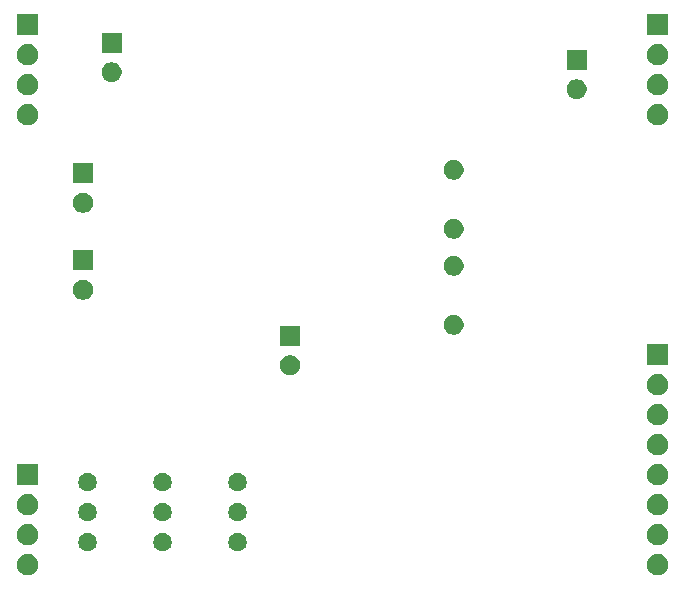
<source format=gbr>
G04 #@! TF.GenerationSoftware,KiCad,Pcbnew,5.1.6-c6e7f7d~87~ubuntu18.04.1*
G04 #@! TF.CreationDate,2020-08-02T08:38:56-04:00*
G04 #@! TF.ProjectId,minimoog_LPF,6d696e69-6d6f-46f6-975f-4c50462e6b69,0*
G04 #@! TF.SameCoordinates,Original*
G04 #@! TF.FileFunction,Soldermask,Bot*
G04 #@! TF.FilePolarity,Negative*
%FSLAX46Y46*%
G04 Gerber Fmt 4.6, Leading zero omitted, Abs format (unit mm)*
G04 Created by KiCad (PCBNEW 5.1.6-c6e7f7d~87~ubuntu18.04.1) date 2020-08-02 08:38:56*
%MOMM*%
%LPD*%
G01*
G04 APERTURE LIST*
%ADD10C,0.100000*%
G04 APERTURE END LIST*
D10*
G36*
X182993512Y-123563927D02*
G01*
X183142812Y-123593624D01*
X183306784Y-123661544D01*
X183454354Y-123760147D01*
X183579853Y-123885646D01*
X183678456Y-124033216D01*
X183746376Y-124197188D01*
X183781000Y-124371259D01*
X183781000Y-124548741D01*
X183746376Y-124722812D01*
X183678456Y-124886784D01*
X183579853Y-125034354D01*
X183454354Y-125159853D01*
X183306784Y-125258456D01*
X183142812Y-125326376D01*
X182993512Y-125356073D01*
X182968742Y-125361000D01*
X182791258Y-125361000D01*
X182766488Y-125356073D01*
X182617188Y-125326376D01*
X182453216Y-125258456D01*
X182305646Y-125159853D01*
X182180147Y-125034354D01*
X182081544Y-124886784D01*
X182013624Y-124722812D01*
X181979000Y-124548741D01*
X181979000Y-124371259D01*
X182013624Y-124197188D01*
X182081544Y-124033216D01*
X182180147Y-123885646D01*
X182305646Y-123760147D01*
X182453216Y-123661544D01*
X182617188Y-123593624D01*
X182766488Y-123563927D01*
X182791258Y-123559000D01*
X182968742Y-123559000D01*
X182993512Y-123563927D01*
G37*
G36*
X129653512Y-123563927D02*
G01*
X129802812Y-123593624D01*
X129966784Y-123661544D01*
X130114354Y-123760147D01*
X130239853Y-123885646D01*
X130338456Y-124033216D01*
X130406376Y-124197188D01*
X130441000Y-124371259D01*
X130441000Y-124548741D01*
X130406376Y-124722812D01*
X130338456Y-124886784D01*
X130239853Y-125034354D01*
X130114354Y-125159853D01*
X129966784Y-125258456D01*
X129802812Y-125326376D01*
X129653512Y-125356073D01*
X129628742Y-125361000D01*
X129451258Y-125361000D01*
X129426488Y-125356073D01*
X129277188Y-125326376D01*
X129113216Y-125258456D01*
X128965646Y-125159853D01*
X128840147Y-125034354D01*
X128741544Y-124886784D01*
X128673624Y-124722812D01*
X128639000Y-124548741D01*
X128639000Y-124371259D01*
X128673624Y-124197188D01*
X128741544Y-124033216D01*
X128840147Y-123885646D01*
X128965646Y-123760147D01*
X129113216Y-123661544D01*
X129277188Y-123593624D01*
X129426488Y-123563927D01*
X129451258Y-123559000D01*
X129628742Y-123559000D01*
X129653512Y-123563927D01*
G37*
G36*
X134745589Y-121793876D02*
G01*
X134844893Y-121813629D01*
X134985206Y-121871748D01*
X135111484Y-121956125D01*
X135218875Y-122063516D01*
X135303252Y-122189794D01*
X135361371Y-122330107D01*
X135391000Y-122479063D01*
X135391000Y-122630937D01*
X135361371Y-122779893D01*
X135303252Y-122920206D01*
X135218875Y-123046484D01*
X135111484Y-123153875D01*
X134985206Y-123238252D01*
X134844893Y-123296371D01*
X134745589Y-123316124D01*
X134695938Y-123326000D01*
X134544062Y-123326000D01*
X134494411Y-123316124D01*
X134395107Y-123296371D01*
X134254794Y-123238252D01*
X134128516Y-123153875D01*
X134021125Y-123046484D01*
X133936748Y-122920206D01*
X133878629Y-122779893D01*
X133849000Y-122630937D01*
X133849000Y-122479063D01*
X133878629Y-122330107D01*
X133936748Y-122189794D01*
X134021125Y-122063516D01*
X134128516Y-121956125D01*
X134254794Y-121871748D01*
X134395107Y-121813629D01*
X134494411Y-121793876D01*
X134544062Y-121784000D01*
X134695938Y-121784000D01*
X134745589Y-121793876D01*
G37*
G36*
X141095589Y-121793876D02*
G01*
X141194893Y-121813629D01*
X141335206Y-121871748D01*
X141461484Y-121956125D01*
X141568875Y-122063516D01*
X141653252Y-122189794D01*
X141711371Y-122330107D01*
X141741000Y-122479063D01*
X141741000Y-122630937D01*
X141711371Y-122779893D01*
X141653252Y-122920206D01*
X141568875Y-123046484D01*
X141461484Y-123153875D01*
X141335206Y-123238252D01*
X141194893Y-123296371D01*
X141095589Y-123316124D01*
X141045938Y-123326000D01*
X140894062Y-123326000D01*
X140844411Y-123316124D01*
X140745107Y-123296371D01*
X140604794Y-123238252D01*
X140478516Y-123153875D01*
X140371125Y-123046484D01*
X140286748Y-122920206D01*
X140228629Y-122779893D01*
X140199000Y-122630937D01*
X140199000Y-122479063D01*
X140228629Y-122330107D01*
X140286748Y-122189794D01*
X140371125Y-122063516D01*
X140478516Y-121956125D01*
X140604794Y-121871748D01*
X140745107Y-121813629D01*
X140844411Y-121793876D01*
X140894062Y-121784000D01*
X141045938Y-121784000D01*
X141095589Y-121793876D01*
G37*
G36*
X147445589Y-121793876D02*
G01*
X147544893Y-121813629D01*
X147685206Y-121871748D01*
X147811484Y-121956125D01*
X147918875Y-122063516D01*
X148003252Y-122189794D01*
X148061371Y-122330107D01*
X148091000Y-122479063D01*
X148091000Y-122630937D01*
X148061371Y-122779893D01*
X148003252Y-122920206D01*
X147918875Y-123046484D01*
X147811484Y-123153875D01*
X147685206Y-123238252D01*
X147544893Y-123296371D01*
X147445589Y-123316124D01*
X147395938Y-123326000D01*
X147244062Y-123326000D01*
X147194411Y-123316124D01*
X147095107Y-123296371D01*
X146954794Y-123238252D01*
X146828516Y-123153875D01*
X146721125Y-123046484D01*
X146636748Y-122920206D01*
X146578629Y-122779893D01*
X146549000Y-122630937D01*
X146549000Y-122479063D01*
X146578629Y-122330107D01*
X146636748Y-122189794D01*
X146721125Y-122063516D01*
X146828516Y-121956125D01*
X146954794Y-121871748D01*
X147095107Y-121813629D01*
X147194411Y-121793876D01*
X147244062Y-121784000D01*
X147395938Y-121784000D01*
X147445589Y-121793876D01*
G37*
G36*
X129653512Y-121023927D02*
G01*
X129802812Y-121053624D01*
X129966784Y-121121544D01*
X130114354Y-121220147D01*
X130239853Y-121345646D01*
X130338456Y-121493216D01*
X130406376Y-121657188D01*
X130441000Y-121831259D01*
X130441000Y-122008741D01*
X130406376Y-122182812D01*
X130338456Y-122346784D01*
X130239853Y-122494354D01*
X130114354Y-122619853D01*
X129966784Y-122718456D01*
X129802812Y-122786376D01*
X129653512Y-122816073D01*
X129628742Y-122821000D01*
X129451258Y-122821000D01*
X129426488Y-122816073D01*
X129277188Y-122786376D01*
X129113216Y-122718456D01*
X128965646Y-122619853D01*
X128840147Y-122494354D01*
X128741544Y-122346784D01*
X128673624Y-122182812D01*
X128639000Y-122008741D01*
X128639000Y-121831259D01*
X128673624Y-121657188D01*
X128741544Y-121493216D01*
X128840147Y-121345646D01*
X128965646Y-121220147D01*
X129113216Y-121121544D01*
X129277188Y-121053624D01*
X129426488Y-121023927D01*
X129451258Y-121019000D01*
X129628742Y-121019000D01*
X129653512Y-121023927D01*
G37*
G36*
X182993512Y-121023927D02*
G01*
X183142812Y-121053624D01*
X183306784Y-121121544D01*
X183454354Y-121220147D01*
X183579853Y-121345646D01*
X183678456Y-121493216D01*
X183746376Y-121657188D01*
X183781000Y-121831259D01*
X183781000Y-122008741D01*
X183746376Y-122182812D01*
X183678456Y-122346784D01*
X183579853Y-122494354D01*
X183454354Y-122619853D01*
X183306784Y-122718456D01*
X183142812Y-122786376D01*
X182993512Y-122816073D01*
X182968742Y-122821000D01*
X182791258Y-122821000D01*
X182766488Y-122816073D01*
X182617188Y-122786376D01*
X182453216Y-122718456D01*
X182305646Y-122619853D01*
X182180147Y-122494354D01*
X182081544Y-122346784D01*
X182013624Y-122182812D01*
X181979000Y-122008741D01*
X181979000Y-121831259D01*
X182013624Y-121657188D01*
X182081544Y-121493216D01*
X182180147Y-121345646D01*
X182305646Y-121220147D01*
X182453216Y-121121544D01*
X182617188Y-121053624D01*
X182766488Y-121023927D01*
X182791258Y-121019000D01*
X182968742Y-121019000D01*
X182993512Y-121023927D01*
G37*
G36*
X141095589Y-119253876D02*
G01*
X141194893Y-119273629D01*
X141335206Y-119331748D01*
X141461484Y-119416125D01*
X141568875Y-119523516D01*
X141653252Y-119649794D01*
X141711371Y-119790107D01*
X141741000Y-119939063D01*
X141741000Y-120090937D01*
X141711371Y-120239893D01*
X141653252Y-120380206D01*
X141568875Y-120506484D01*
X141461484Y-120613875D01*
X141335206Y-120698252D01*
X141194893Y-120756371D01*
X141095589Y-120776124D01*
X141045938Y-120786000D01*
X140894062Y-120786000D01*
X140844411Y-120776124D01*
X140745107Y-120756371D01*
X140604794Y-120698252D01*
X140478516Y-120613875D01*
X140371125Y-120506484D01*
X140286748Y-120380206D01*
X140228629Y-120239893D01*
X140199000Y-120090937D01*
X140199000Y-119939063D01*
X140228629Y-119790107D01*
X140286748Y-119649794D01*
X140371125Y-119523516D01*
X140478516Y-119416125D01*
X140604794Y-119331748D01*
X140745107Y-119273629D01*
X140844411Y-119253876D01*
X140894062Y-119244000D01*
X141045938Y-119244000D01*
X141095589Y-119253876D01*
G37*
G36*
X134745589Y-119253876D02*
G01*
X134844893Y-119273629D01*
X134985206Y-119331748D01*
X135111484Y-119416125D01*
X135218875Y-119523516D01*
X135303252Y-119649794D01*
X135361371Y-119790107D01*
X135391000Y-119939063D01*
X135391000Y-120090937D01*
X135361371Y-120239893D01*
X135303252Y-120380206D01*
X135218875Y-120506484D01*
X135111484Y-120613875D01*
X134985206Y-120698252D01*
X134844893Y-120756371D01*
X134745589Y-120776124D01*
X134695938Y-120786000D01*
X134544062Y-120786000D01*
X134494411Y-120776124D01*
X134395107Y-120756371D01*
X134254794Y-120698252D01*
X134128516Y-120613875D01*
X134021125Y-120506484D01*
X133936748Y-120380206D01*
X133878629Y-120239893D01*
X133849000Y-120090937D01*
X133849000Y-119939063D01*
X133878629Y-119790107D01*
X133936748Y-119649794D01*
X134021125Y-119523516D01*
X134128516Y-119416125D01*
X134254794Y-119331748D01*
X134395107Y-119273629D01*
X134494411Y-119253876D01*
X134544062Y-119244000D01*
X134695938Y-119244000D01*
X134745589Y-119253876D01*
G37*
G36*
X147445589Y-119253876D02*
G01*
X147544893Y-119273629D01*
X147685206Y-119331748D01*
X147811484Y-119416125D01*
X147918875Y-119523516D01*
X148003252Y-119649794D01*
X148061371Y-119790107D01*
X148091000Y-119939063D01*
X148091000Y-120090937D01*
X148061371Y-120239893D01*
X148003252Y-120380206D01*
X147918875Y-120506484D01*
X147811484Y-120613875D01*
X147685206Y-120698252D01*
X147544893Y-120756371D01*
X147445589Y-120776124D01*
X147395938Y-120786000D01*
X147244062Y-120786000D01*
X147194411Y-120776124D01*
X147095107Y-120756371D01*
X146954794Y-120698252D01*
X146828516Y-120613875D01*
X146721125Y-120506484D01*
X146636748Y-120380206D01*
X146578629Y-120239893D01*
X146549000Y-120090937D01*
X146549000Y-119939063D01*
X146578629Y-119790107D01*
X146636748Y-119649794D01*
X146721125Y-119523516D01*
X146828516Y-119416125D01*
X146954794Y-119331748D01*
X147095107Y-119273629D01*
X147194411Y-119253876D01*
X147244062Y-119244000D01*
X147395938Y-119244000D01*
X147445589Y-119253876D01*
G37*
G36*
X129653512Y-118483927D02*
G01*
X129802812Y-118513624D01*
X129966784Y-118581544D01*
X130114354Y-118680147D01*
X130239853Y-118805646D01*
X130338456Y-118953216D01*
X130406376Y-119117188D01*
X130441000Y-119291259D01*
X130441000Y-119468741D01*
X130406376Y-119642812D01*
X130338456Y-119806784D01*
X130239853Y-119954354D01*
X130114354Y-120079853D01*
X129966784Y-120178456D01*
X129802812Y-120246376D01*
X129653512Y-120276073D01*
X129628742Y-120281000D01*
X129451258Y-120281000D01*
X129426488Y-120276073D01*
X129277188Y-120246376D01*
X129113216Y-120178456D01*
X128965646Y-120079853D01*
X128840147Y-119954354D01*
X128741544Y-119806784D01*
X128673624Y-119642812D01*
X128639000Y-119468741D01*
X128639000Y-119291259D01*
X128673624Y-119117188D01*
X128741544Y-118953216D01*
X128840147Y-118805646D01*
X128965646Y-118680147D01*
X129113216Y-118581544D01*
X129277188Y-118513624D01*
X129426488Y-118483927D01*
X129451258Y-118479000D01*
X129628742Y-118479000D01*
X129653512Y-118483927D01*
G37*
G36*
X182993512Y-118483927D02*
G01*
X183142812Y-118513624D01*
X183306784Y-118581544D01*
X183454354Y-118680147D01*
X183579853Y-118805646D01*
X183678456Y-118953216D01*
X183746376Y-119117188D01*
X183781000Y-119291259D01*
X183781000Y-119468741D01*
X183746376Y-119642812D01*
X183678456Y-119806784D01*
X183579853Y-119954354D01*
X183454354Y-120079853D01*
X183306784Y-120178456D01*
X183142812Y-120246376D01*
X182993512Y-120276073D01*
X182968742Y-120281000D01*
X182791258Y-120281000D01*
X182766488Y-120276073D01*
X182617188Y-120246376D01*
X182453216Y-120178456D01*
X182305646Y-120079853D01*
X182180147Y-119954354D01*
X182081544Y-119806784D01*
X182013624Y-119642812D01*
X181979000Y-119468741D01*
X181979000Y-119291259D01*
X182013624Y-119117188D01*
X182081544Y-118953216D01*
X182180147Y-118805646D01*
X182305646Y-118680147D01*
X182453216Y-118581544D01*
X182617188Y-118513624D01*
X182766488Y-118483927D01*
X182791258Y-118479000D01*
X182968742Y-118479000D01*
X182993512Y-118483927D01*
G37*
G36*
X134745589Y-116713876D02*
G01*
X134844893Y-116733629D01*
X134985206Y-116791748D01*
X135111484Y-116876125D01*
X135218875Y-116983516D01*
X135303252Y-117109794D01*
X135361371Y-117250107D01*
X135391000Y-117399063D01*
X135391000Y-117550937D01*
X135361371Y-117699893D01*
X135303252Y-117840206D01*
X135218875Y-117966484D01*
X135111484Y-118073875D01*
X134985206Y-118158252D01*
X134844893Y-118216371D01*
X134745589Y-118236124D01*
X134695938Y-118246000D01*
X134544062Y-118246000D01*
X134494411Y-118236124D01*
X134395107Y-118216371D01*
X134254794Y-118158252D01*
X134128516Y-118073875D01*
X134021125Y-117966484D01*
X133936748Y-117840206D01*
X133878629Y-117699893D01*
X133849000Y-117550937D01*
X133849000Y-117399063D01*
X133878629Y-117250107D01*
X133936748Y-117109794D01*
X134021125Y-116983516D01*
X134128516Y-116876125D01*
X134254794Y-116791748D01*
X134395107Y-116733629D01*
X134494411Y-116713876D01*
X134544062Y-116704000D01*
X134695938Y-116704000D01*
X134745589Y-116713876D01*
G37*
G36*
X147445589Y-116713876D02*
G01*
X147544893Y-116733629D01*
X147685206Y-116791748D01*
X147811484Y-116876125D01*
X147918875Y-116983516D01*
X148003252Y-117109794D01*
X148061371Y-117250107D01*
X148091000Y-117399063D01*
X148091000Y-117550937D01*
X148061371Y-117699893D01*
X148003252Y-117840206D01*
X147918875Y-117966484D01*
X147811484Y-118073875D01*
X147685206Y-118158252D01*
X147544893Y-118216371D01*
X147445589Y-118236124D01*
X147395938Y-118246000D01*
X147244062Y-118246000D01*
X147194411Y-118236124D01*
X147095107Y-118216371D01*
X146954794Y-118158252D01*
X146828516Y-118073875D01*
X146721125Y-117966484D01*
X146636748Y-117840206D01*
X146578629Y-117699893D01*
X146549000Y-117550937D01*
X146549000Y-117399063D01*
X146578629Y-117250107D01*
X146636748Y-117109794D01*
X146721125Y-116983516D01*
X146828516Y-116876125D01*
X146954794Y-116791748D01*
X147095107Y-116733629D01*
X147194411Y-116713876D01*
X147244062Y-116704000D01*
X147395938Y-116704000D01*
X147445589Y-116713876D01*
G37*
G36*
X141095589Y-116713876D02*
G01*
X141194893Y-116733629D01*
X141335206Y-116791748D01*
X141461484Y-116876125D01*
X141568875Y-116983516D01*
X141653252Y-117109794D01*
X141711371Y-117250107D01*
X141741000Y-117399063D01*
X141741000Y-117550937D01*
X141711371Y-117699893D01*
X141653252Y-117840206D01*
X141568875Y-117966484D01*
X141461484Y-118073875D01*
X141335206Y-118158252D01*
X141194893Y-118216371D01*
X141095589Y-118236124D01*
X141045938Y-118246000D01*
X140894062Y-118246000D01*
X140844411Y-118236124D01*
X140745107Y-118216371D01*
X140604794Y-118158252D01*
X140478516Y-118073875D01*
X140371125Y-117966484D01*
X140286748Y-117840206D01*
X140228629Y-117699893D01*
X140199000Y-117550937D01*
X140199000Y-117399063D01*
X140228629Y-117250107D01*
X140286748Y-117109794D01*
X140371125Y-116983516D01*
X140478516Y-116876125D01*
X140604794Y-116791748D01*
X140745107Y-116733629D01*
X140844411Y-116713876D01*
X140894062Y-116704000D01*
X141045938Y-116704000D01*
X141095589Y-116713876D01*
G37*
G36*
X182993512Y-115943927D02*
G01*
X183142812Y-115973624D01*
X183306784Y-116041544D01*
X183454354Y-116140147D01*
X183579853Y-116265646D01*
X183678456Y-116413216D01*
X183746376Y-116577188D01*
X183781000Y-116751259D01*
X183781000Y-116928741D01*
X183746376Y-117102812D01*
X183678456Y-117266784D01*
X183579853Y-117414354D01*
X183454354Y-117539853D01*
X183306784Y-117638456D01*
X183142812Y-117706376D01*
X182993512Y-117736073D01*
X182968742Y-117741000D01*
X182791258Y-117741000D01*
X182766488Y-117736073D01*
X182617188Y-117706376D01*
X182453216Y-117638456D01*
X182305646Y-117539853D01*
X182180147Y-117414354D01*
X182081544Y-117266784D01*
X182013624Y-117102812D01*
X181979000Y-116928741D01*
X181979000Y-116751259D01*
X182013624Y-116577188D01*
X182081544Y-116413216D01*
X182180147Y-116265646D01*
X182305646Y-116140147D01*
X182453216Y-116041544D01*
X182617188Y-115973624D01*
X182766488Y-115943927D01*
X182791258Y-115939000D01*
X182968742Y-115939000D01*
X182993512Y-115943927D01*
G37*
G36*
X130441000Y-117741000D02*
G01*
X128639000Y-117741000D01*
X128639000Y-115939000D01*
X130441000Y-115939000D01*
X130441000Y-117741000D01*
G37*
G36*
X182993512Y-113403927D02*
G01*
X183142812Y-113433624D01*
X183306784Y-113501544D01*
X183454354Y-113600147D01*
X183579853Y-113725646D01*
X183678456Y-113873216D01*
X183746376Y-114037188D01*
X183781000Y-114211259D01*
X183781000Y-114388741D01*
X183746376Y-114562812D01*
X183678456Y-114726784D01*
X183579853Y-114874354D01*
X183454354Y-114999853D01*
X183306784Y-115098456D01*
X183142812Y-115166376D01*
X182993512Y-115196073D01*
X182968742Y-115201000D01*
X182791258Y-115201000D01*
X182766488Y-115196073D01*
X182617188Y-115166376D01*
X182453216Y-115098456D01*
X182305646Y-114999853D01*
X182180147Y-114874354D01*
X182081544Y-114726784D01*
X182013624Y-114562812D01*
X181979000Y-114388741D01*
X181979000Y-114211259D01*
X182013624Y-114037188D01*
X182081544Y-113873216D01*
X182180147Y-113725646D01*
X182305646Y-113600147D01*
X182453216Y-113501544D01*
X182617188Y-113433624D01*
X182766488Y-113403927D01*
X182791258Y-113399000D01*
X182968742Y-113399000D01*
X182993512Y-113403927D01*
G37*
G36*
X182993512Y-110863927D02*
G01*
X183142812Y-110893624D01*
X183306784Y-110961544D01*
X183454354Y-111060147D01*
X183579853Y-111185646D01*
X183678456Y-111333216D01*
X183746376Y-111497188D01*
X183781000Y-111671259D01*
X183781000Y-111848741D01*
X183746376Y-112022812D01*
X183678456Y-112186784D01*
X183579853Y-112334354D01*
X183454354Y-112459853D01*
X183306784Y-112558456D01*
X183142812Y-112626376D01*
X182993512Y-112656073D01*
X182968742Y-112661000D01*
X182791258Y-112661000D01*
X182766488Y-112656073D01*
X182617188Y-112626376D01*
X182453216Y-112558456D01*
X182305646Y-112459853D01*
X182180147Y-112334354D01*
X182081544Y-112186784D01*
X182013624Y-112022812D01*
X181979000Y-111848741D01*
X181979000Y-111671259D01*
X182013624Y-111497188D01*
X182081544Y-111333216D01*
X182180147Y-111185646D01*
X182305646Y-111060147D01*
X182453216Y-110961544D01*
X182617188Y-110893624D01*
X182766488Y-110863927D01*
X182791258Y-110859000D01*
X182968742Y-110859000D01*
X182993512Y-110863927D01*
G37*
G36*
X182989590Y-108323147D02*
G01*
X183142812Y-108353624D01*
X183306784Y-108421544D01*
X183454354Y-108520147D01*
X183579853Y-108645646D01*
X183678456Y-108793216D01*
X183746376Y-108957188D01*
X183781000Y-109131259D01*
X183781000Y-109308741D01*
X183746376Y-109482812D01*
X183678456Y-109646784D01*
X183579853Y-109794354D01*
X183454354Y-109919853D01*
X183306784Y-110018456D01*
X183142812Y-110086376D01*
X182993512Y-110116073D01*
X182968742Y-110121000D01*
X182791258Y-110121000D01*
X182766488Y-110116073D01*
X182617188Y-110086376D01*
X182453216Y-110018456D01*
X182305646Y-109919853D01*
X182180147Y-109794354D01*
X182081544Y-109646784D01*
X182013624Y-109482812D01*
X181979000Y-109308741D01*
X181979000Y-109131259D01*
X182013624Y-108957188D01*
X182081544Y-108793216D01*
X182180147Y-108645646D01*
X182305646Y-108520147D01*
X182453216Y-108421544D01*
X182617188Y-108353624D01*
X182770410Y-108323147D01*
X182791258Y-108319000D01*
X182968742Y-108319000D01*
X182989590Y-108323147D01*
G37*
G36*
X152013228Y-106750703D02*
G01*
X152168100Y-106814853D01*
X152307481Y-106907985D01*
X152426015Y-107026519D01*
X152519147Y-107165900D01*
X152583297Y-107320772D01*
X152616000Y-107485184D01*
X152616000Y-107652816D01*
X152583297Y-107817228D01*
X152519147Y-107972100D01*
X152426015Y-108111481D01*
X152307481Y-108230015D01*
X152168100Y-108323147D01*
X152013228Y-108387297D01*
X151848816Y-108420000D01*
X151681184Y-108420000D01*
X151516772Y-108387297D01*
X151361900Y-108323147D01*
X151222519Y-108230015D01*
X151103985Y-108111481D01*
X151010853Y-107972100D01*
X150946703Y-107817228D01*
X150914000Y-107652816D01*
X150914000Y-107485184D01*
X150946703Y-107320772D01*
X151010853Y-107165900D01*
X151103985Y-107026519D01*
X151222519Y-106907985D01*
X151361900Y-106814853D01*
X151516772Y-106750703D01*
X151681184Y-106718000D01*
X151848816Y-106718000D01*
X152013228Y-106750703D01*
G37*
G36*
X183781000Y-107581000D02*
G01*
X181979000Y-107581000D01*
X181979000Y-105779000D01*
X183781000Y-105779000D01*
X183781000Y-107581000D01*
G37*
G36*
X152616000Y-105920000D02*
G01*
X150914000Y-105920000D01*
X150914000Y-104218000D01*
X152616000Y-104218000D01*
X152616000Y-105920000D01*
G37*
G36*
X165856228Y-103321703D02*
G01*
X166011100Y-103385853D01*
X166150481Y-103478985D01*
X166269015Y-103597519D01*
X166362147Y-103736900D01*
X166426297Y-103891772D01*
X166459000Y-104056184D01*
X166459000Y-104223816D01*
X166426297Y-104388228D01*
X166362147Y-104543100D01*
X166269015Y-104682481D01*
X166150481Y-104801015D01*
X166011100Y-104894147D01*
X165856228Y-104958297D01*
X165691816Y-104991000D01*
X165524184Y-104991000D01*
X165359772Y-104958297D01*
X165204900Y-104894147D01*
X165065519Y-104801015D01*
X164946985Y-104682481D01*
X164853853Y-104543100D01*
X164789703Y-104388228D01*
X164757000Y-104223816D01*
X164757000Y-104056184D01*
X164789703Y-103891772D01*
X164853853Y-103736900D01*
X164946985Y-103597519D01*
X165065519Y-103478985D01*
X165204900Y-103385853D01*
X165359772Y-103321703D01*
X165524184Y-103289000D01*
X165691816Y-103289000D01*
X165856228Y-103321703D01*
G37*
G36*
X134487228Y-100360703D02*
G01*
X134642100Y-100424853D01*
X134781481Y-100517985D01*
X134900015Y-100636519D01*
X134993147Y-100775900D01*
X135057297Y-100930772D01*
X135090000Y-101095184D01*
X135090000Y-101262816D01*
X135057297Y-101427228D01*
X134993147Y-101582100D01*
X134900015Y-101721481D01*
X134781481Y-101840015D01*
X134642100Y-101933147D01*
X134487228Y-101997297D01*
X134322816Y-102030000D01*
X134155184Y-102030000D01*
X133990772Y-101997297D01*
X133835900Y-101933147D01*
X133696519Y-101840015D01*
X133577985Y-101721481D01*
X133484853Y-101582100D01*
X133420703Y-101427228D01*
X133388000Y-101262816D01*
X133388000Y-101095184D01*
X133420703Y-100930772D01*
X133484853Y-100775900D01*
X133577985Y-100636519D01*
X133696519Y-100517985D01*
X133835900Y-100424853D01*
X133990772Y-100360703D01*
X134155184Y-100328000D01*
X134322816Y-100328000D01*
X134487228Y-100360703D01*
G37*
G36*
X165856228Y-98321703D02*
G01*
X166011100Y-98385853D01*
X166150481Y-98478985D01*
X166269015Y-98597519D01*
X166362147Y-98736900D01*
X166426297Y-98891772D01*
X166459000Y-99056184D01*
X166459000Y-99223816D01*
X166426297Y-99388228D01*
X166362147Y-99543100D01*
X166269015Y-99682481D01*
X166150481Y-99801015D01*
X166011100Y-99894147D01*
X165856228Y-99958297D01*
X165691816Y-99991000D01*
X165524184Y-99991000D01*
X165359772Y-99958297D01*
X165204900Y-99894147D01*
X165065519Y-99801015D01*
X164946985Y-99682481D01*
X164853853Y-99543100D01*
X164789703Y-99388228D01*
X164757000Y-99223816D01*
X164757000Y-99056184D01*
X164789703Y-98891772D01*
X164853853Y-98736900D01*
X164946985Y-98597519D01*
X165065519Y-98478985D01*
X165204900Y-98385853D01*
X165359772Y-98321703D01*
X165524184Y-98289000D01*
X165691816Y-98289000D01*
X165856228Y-98321703D01*
G37*
G36*
X135090000Y-99530000D02*
G01*
X133388000Y-99530000D01*
X133388000Y-97828000D01*
X135090000Y-97828000D01*
X135090000Y-99530000D01*
G37*
G36*
X165856228Y-95193703D02*
G01*
X166011100Y-95257853D01*
X166150481Y-95350985D01*
X166269015Y-95469519D01*
X166362147Y-95608900D01*
X166426297Y-95763772D01*
X166459000Y-95928184D01*
X166459000Y-96095816D01*
X166426297Y-96260228D01*
X166362147Y-96415100D01*
X166269015Y-96554481D01*
X166150481Y-96673015D01*
X166011100Y-96766147D01*
X165856228Y-96830297D01*
X165691816Y-96863000D01*
X165524184Y-96863000D01*
X165359772Y-96830297D01*
X165204900Y-96766147D01*
X165065519Y-96673015D01*
X164946985Y-96554481D01*
X164853853Y-96415100D01*
X164789703Y-96260228D01*
X164757000Y-96095816D01*
X164757000Y-95928184D01*
X164789703Y-95763772D01*
X164853853Y-95608900D01*
X164946985Y-95469519D01*
X165065519Y-95350985D01*
X165204900Y-95257853D01*
X165359772Y-95193703D01*
X165524184Y-95161000D01*
X165691816Y-95161000D01*
X165856228Y-95193703D01*
G37*
G36*
X134487228Y-92994703D02*
G01*
X134642100Y-93058853D01*
X134781481Y-93151985D01*
X134900015Y-93270519D01*
X134993147Y-93409900D01*
X135057297Y-93564772D01*
X135090000Y-93729184D01*
X135090000Y-93896816D01*
X135057297Y-94061228D01*
X134993147Y-94216100D01*
X134900015Y-94355481D01*
X134781481Y-94474015D01*
X134642100Y-94567147D01*
X134487228Y-94631297D01*
X134322816Y-94664000D01*
X134155184Y-94664000D01*
X133990772Y-94631297D01*
X133835900Y-94567147D01*
X133696519Y-94474015D01*
X133577985Y-94355481D01*
X133484853Y-94216100D01*
X133420703Y-94061228D01*
X133388000Y-93896816D01*
X133388000Y-93729184D01*
X133420703Y-93564772D01*
X133484853Y-93409900D01*
X133577985Y-93270519D01*
X133696519Y-93151985D01*
X133835900Y-93058853D01*
X133990772Y-92994703D01*
X134155184Y-92962000D01*
X134322816Y-92962000D01*
X134487228Y-92994703D01*
G37*
G36*
X135090000Y-92164000D02*
G01*
X133388000Y-92164000D01*
X133388000Y-90462000D01*
X135090000Y-90462000D01*
X135090000Y-92164000D01*
G37*
G36*
X165856228Y-90193703D02*
G01*
X166011100Y-90257853D01*
X166150481Y-90350985D01*
X166269015Y-90469519D01*
X166362147Y-90608900D01*
X166426297Y-90763772D01*
X166459000Y-90928184D01*
X166459000Y-91095816D01*
X166426297Y-91260228D01*
X166362147Y-91415100D01*
X166269015Y-91554481D01*
X166150481Y-91673015D01*
X166011100Y-91766147D01*
X165856228Y-91830297D01*
X165691816Y-91863000D01*
X165524184Y-91863000D01*
X165359772Y-91830297D01*
X165204900Y-91766147D01*
X165065519Y-91673015D01*
X164946985Y-91554481D01*
X164853853Y-91415100D01*
X164789703Y-91260228D01*
X164757000Y-91095816D01*
X164757000Y-90928184D01*
X164789703Y-90763772D01*
X164853853Y-90608900D01*
X164946985Y-90469519D01*
X165065519Y-90350985D01*
X165204900Y-90257853D01*
X165359772Y-90193703D01*
X165524184Y-90161000D01*
X165691816Y-90161000D01*
X165856228Y-90193703D01*
G37*
G36*
X129653512Y-85463927D02*
G01*
X129802812Y-85493624D01*
X129966784Y-85561544D01*
X130114354Y-85660147D01*
X130239853Y-85785646D01*
X130338456Y-85933216D01*
X130406376Y-86097188D01*
X130441000Y-86271259D01*
X130441000Y-86448741D01*
X130406376Y-86622812D01*
X130338456Y-86786784D01*
X130239853Y-86934354D01*
X130114354Y-87059853D01*
X129966784Y-87158456D01*
X129802812Y-87226376D01*
X129653512Y-87256073D01*
X129628742Y-87261000D01*
X129451258Y-87261000D01*
X129426488Y-87256073D01*
X129277188Y-87226376D01*
X129113216Y-87158456D01*
X128965646Y-87059853D01*
X128840147Y-86934354D01*
X128741544Y-86786784D01*
X128673624Y-86622812D01*
X128639000Y-86448741D01*
X128639000Y-86271259D01*
X128673624Y-86097188D01*
X128741544Y-85933216D01*
X128840147Y-85785646D01*
X128965646Y-85660147D01*
X129113216Y-85561544D01*
X129277188Y-85493624D01*
X129426488Y-85463927D01*
X129451258Y-85459000D01*
X129628742Y-85459000D01*
X129653512Y-85463927D01*
G37*
G36*
X182993512Y-85463927D02*
G01*
X183142812Y-85493624D01*
X183306784Y-85561544D01*
X183454354Y-85660147D01*
X183579853Y-85785646D01*
X183678456Y-85933216D01*
X183746376Y-86097188D01*
X183781000Y-86271259D01*
X183781000Y-86448741D01*
X183746376Y-86622812D01*
X183678456Y-86786784D01*
X183579853Y-86934354D01*
X183454354Y-87059853D01*
X183306784Y-87158456D01*
X183142812Y-87226376D01*
X182993512Y-87256073D01*
X182968742Y-87261000D01*
X182791258Y-87261000D01*
X182766488Y-87256073D01*
X182617188Y-87226376D01*
X182453216Y-87158456D01*
X182305646Y-87059853D01*
X182180147Y-86934354D01*
X182081544Y-86786784D01*
X182013624Y-86622812D01*
X181979000Y-86448741D01*
X181979000Y-86271259D01*
X182013624Y-86097188D01*
X182081544Y-85933216D01*
X182180147Y-85785646D01*
X182305646Y-85660147D01*
X182453216Y-85561544D01*
X182617188Y-85493624D01*
X182766488Y-85463927D01*
X182791258Y-85459000D01*
X182968742Y-85459000D01*
X182993512Y-85463927D01*
G37*
G36*
X176270228Y-83382703D02*
G01*
X176425100Y-83446853D01*
X176564481Y-83539985D01*
X176683015Y-83658519D01*
X176776147Y-83797900D01*
X176840297Y-83952772D01*
X176873000Y-84117184D01*
X176873000Y-84284816D01*
X176840297Y-84449228D01*
X176776147Y-84604100D01*
X176683015Y-84743481D01*
X176564481Y-84862015D01*
X176425100Y-84955147D01*
X176270228Y-85019297D01*
X176105816Y-85052000D01*
X175938184Y-85052000D01*
X175773772Y-85019297D01*
X175618900Y-84955147D01*
X175479519Y-84862015D01*
X175360985Y-84743481D01*
X175267853Y-84604100D01*
X175203703Y-84449228D01*
X175171000Y-84284816D01*
X175171000Y-84117184D01*
X175203703Y-83952772D01*
X175267853Y-83797900D01*
X175360985Y-83658519D01*
X175479519Y-83539985D01*
X175618900Y-83446853D01*
X175773772Y-83382703D01*
X175938184Y-83350000D01*
X176105816Y-83350000D01*
X176270228Y-83382703D01*
G37*
G36*
X129653512Y-82923927D02*
G01*
X129802812Y-82953624D01*
X129966784Y-83021544D01*
X130114354Y-83120147D01*
X130239853Y-83245646D01*
X130338456Y-83393216D01*
X130406376Y-83557188D01*
X130441000Y-83731259D01*
X130441000Y-83908741D01*
X130406376Y-84082812D01*
X130338456Y-84246784D01*
X130239853Y-84394354D01*
X130114354Y-84519853D01*
X129966784Y-84618456D01*
X129802812Y-84686376D01*
X129653512Y-84716073D01*
X129628742Y-84721000D01*
X129451258Y-84721000D01*
X129426488Y-84716073D01*
X129277188Y-84686376D01*
X129113216Y-84618456D01*
X128965646Y-84519853D01*
X128840147Y-84394354D01*
X128741544Y-84246784D01*
X128673624Y-84082812D01*
X128639000Y-83908741D01*
X128639000Y-83731259D01*
X128673624Y-83557188D01*
X128741544Y-83393216D01*
X128840147Y-83245646D01*
X128965646Y-83120147D01*
X129113216Y-83021544D01*
X129277188Y-82953624D01*
X129426488Y-82923927D01*
X129451258Y-82919000D01*
X129628742Y-82919000D01*
X129653512Y-82923927D01*
G37*
G36*
X182993512Y-82923927D02*
G01*
X183142812Y-82953624D01*
X183306784Y-83021544D01*
X183454354Y-83120147D01*
X183579853Y-83245646D01*
X183678456Y-83393216D01*
X183746376Y-83557188D01*
X183781000Y-83731259D01*
X183781000Y-83908741D01*
X183746376Y-84082812D01*
X183678456Y-84246784D01*
X183579853Y-84394354D01*
X183454354Y-84519853D01*
X183306784Y-84618456D01*
X183142812Y-84686376D01*
X182993512Y-84716073D01*
X182968742Y-84721000D01*
X182791258Y-84721000D01*
X182766488Y-84716073D01*
X182617188Y-84686376D01*
X182453216Y-84618456D01*
X182305646Y-84519853D01*
X182180147Y-84394354D01*
X182081544Y-84246784D01*
X182013624Y-84082812D01*
X181979000Y-83908741D01*
X181979000Y-83731259D01*
X182013624Y-83557188D01*
X182081544Y-83393216D01*
X182180147Y-83245646D01*
X182305646Y-83120147D01*
X182453216Y-83021544D01*
X182617188Y-82953624D01*
X182766488Y-82923927D01*
X182791258Y-82919000D01*
X182968742Y-82919000D01*
X182993512Y-82923927D01*
G37*
G36*
X136900228Y-81945703D02*
G01*
X137055100Y-82009853D01*
X137194481Y-82102985D01*
X137313015Y-82221519D01*
X137406147Y-82360900D01*
X137470297Y-82515772D01*
X137503000Y-82680184D01*
X137503000Y-82847816D01*
X137470297Y-83012228D01*
X137406147Y-83167100D01*
X137313015Y-83306481D01*
X137194481Y-83425015D01*
X137055100Y-83518147D01*
X136900228Y-83582297D01*
X136735816Y-83615000D01*
X136568184Y-83615000D01*
X136403772Y-83582297D01*
X136248900Y-83518147D01*
X136109519Y-83425015D01*
X135990985Y-83306481D01*
X135897853Y-83167100D01*
X135833703Y-83012228D01*
X135801000Y-82847816D01*
X135801000Y-82680184D01*
X135833703Y-82515772D01*
X135897853Y-82360900D01*
X135990985Y-82221519D01*
X136109519Y-82102985D01*
X136248900Y-82009853D01*
X136403772Y-81945703D01*
X136568184Y-81913000D01*
X136735816Y-81913000D01*
X136900228Y-81945703D01*
G37*
G36*
X176873000Y-82552000D02*
G01*
X175171000Y-82552000D01*
X175171000Y-80850000D01*
X176873000Y-80850000D01*
X176873000Y-82552000D01*
G37*
G36*
X182993512Y-80383927D02*
G01*
X183142812Y-80413624D01*
X183306784Y-80481544D01*
X183454354Y-80580147D01*
X183579853Y-80705646D01*
X183678456Y-80853216D01*
X183746376Y-81017188D01*
X183781000Y-81191259D01*
X183781000Y-81368741D01*
X183746376Y-81542812D01*
X183678456Y-81706784D01*
X183579853Y-81854354D01*
X183454354Y-81979853D01*
X183306784Y-82078456D01*
X183142812Y-82146376D01*
X182993512Y-82176073D01*
X182968742Y-82181000D01*
X182791258Y-82181000D01*
X182766488Y-82176073D01*
X182617188Y-82146376D01*
X182453216Y-82078456D01*
X182305646Y-81979853D01*
X182180147Y-81854354D01*
X182081544Y-81706784D01*
X182013624Y-81542812D01*
X181979000Y-81368741D01*
X181979000Y-81191259D01*
X182013624Y-81017188D01*
X182081544Y-80853216D01*
X182180147Y-80705646D01*
X182305646Y-80580147D01*
X182453216Y-80481544D01*
X182617188Y-80413624D01*
X182766488Y-80383927D01*
X182791258Y-80379000D01*
X182968742Y-80379000D01*
X182993512Y-80383927D01*
G37*
G36*
X129653512Y-80383927D02*
G01*
X129802812Y-80413624D01*
X129966784Y-80481544D01*
X130114354Y-80580147D01*
X130239853Y-80705646D01*
X130338456Y-80853216D01*
X130406376Y-81017188D01*
X130441000Y-81191259D01*
X130441000Y-81368741D01*
X130406376Y-81542812D01*
X130338456Y-81706784D01*
X130239853Y-81854354D01*
X130114354Y-81979853D01*
X129966784Y-82078456D01*
X129802812Y-82146376D01*
X129653512Y-82176073D01*
X129628742Y-82181000D01*
X129451258Y-82181000D01*
X129426488Y-82176073D01*
X129277188Y-82146376D01*
X129113216Y-82078456D01*
X128965646Y-81979853D01*
X128840147Y-81854354D01*
X128741544Y-81706784D01*
X128673624Y-81542812D01*
X128639000Y-81368741D01*
X128639000Y-81191259D01*
X128673624Y-81017188D01*
X128741544Y-80853216D01*
X128840147Y-80705646D01*
X128965646Y-80580147D01*
X129113216Y-80481544D01*
X129277188Y-80413624D01*
X129426488Y-80383927D01*
X129451258Y-80379000D01*
X129628742Y-80379000D01*
X129653512Y-80383927D01*
G37*
G36*
X137503000Y-81115000D02*
G01*
X135801000Y-81115000D01*
X135801000Y-79413000D01*
X137503000Y-79413000D01*
X137503000Y-81115000D01*
G37*
G36*
X183781000Y-79641000D02*
G01*
X181979000Y-79641000D01*
X181979000Y-77839000D01*
X183781000Y-77839000D01*
X183781000Y-79641000D01*
G37*
G36*
X130441000Y-79641000D02*
G01*
X128639000Y-79641000D01*
X128639000Y-77839000D01*
X130441000Y-77839000D01*
X130441000Y-79641000D01*
G37*
M02*

</source>
